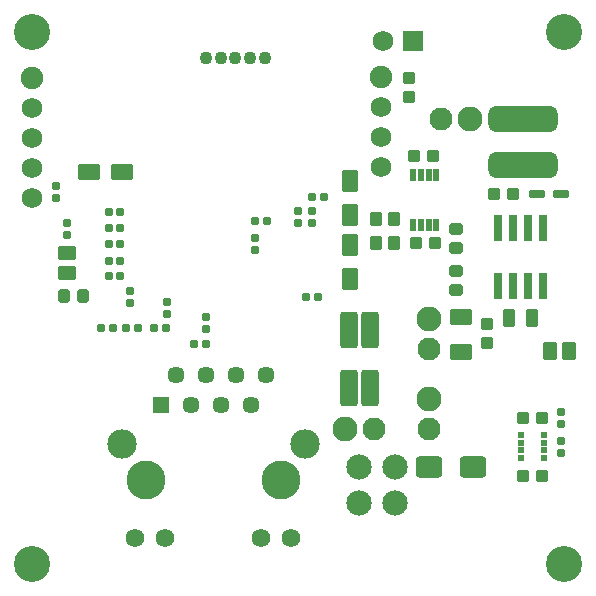
<source format=gts>
G04*
G04 #@! TF.GenerationSoftware,Altium Limited,Altium Designer,22.7.1 (60)*
G04*
G04 Layer_Color=8388736*
%FSLAX43Y43*%
%MOMM*%
G71*
G04*
G04 #@! TF.SameCoordinates,954B6AC0-D961-4D12-9847-DB1D38B5DF19*
G04*
G04*
G04 #@! TF.FilePolarity,Negative*
G04*
G01*
G75*
G04:AMPARAMS|DCode=18|XSize=0.66mm|YSize=0.65mm|CornerRadius=0.1mm|HoleSize=0mm|Usage=FLASHONLY|Rotation=0.000|XOffset=0mm|YOffset=0mm|HoleType=Round|Shape=RoundedRectangle|*
%AMROUNDEDRECTD18*
21,1,0.660,0.450,0,0,0.0*
21,1,0.460,0.650,0,0,0.0*
1,1,0.200,0.230,-0.225*
1,1,0.200,-0.230,-0.225*
1,1,0.200,-0.230,0.225*
1,1,0.200,0.230,0.225*
%
%ADD18ROUNDEDRECTD18*%
G04:AMPARAMS|DCode=19|XSize=0.64mm|YSize=0.65mm|CornerRadius=0.099mm|HoleSize=0mm|Usage=FLASHONLY|Rotation=90.000|XOffset=0mm|YOffset=0mm|HoleType=Round|Shape=RoundedRectangle|*
%AMROUNDEDRECTD19*
21,1,0.640,0.453,0,0,90.0*
21,1,0.443,0.650,0,0,90.0*
1,1,0.198,0.226,0.221*
1,1,0.198,0.226,-0.221*
1,1,0.198,-0.226,-0.221*
1,1,0.198,-0.226,0.221*
%
%ADD19ROUNDEDRECTD19*%
G04:AMPARAMS|DCode=20|XSize=0.66mm|YSize=0.65mm|CornerRadius=0.1mm|HoleSize=0mm|Usage=FLASHONLY|Rotation=90.000|XOffset=0mm|YOffset=0mm|HoleType=Round|Shape=RoundedRectangle|*
%AMROUNDEDRECTD20*
21,1,0.660,0.450,0,0,90.0*
21,1,0.460,0.650,0,0,90.0*
1,1,0.200,0.225,0.230*
1,1,0.200,0.225,-0.230*
1,1,0.200,-0.225,-0.230*
1,1,0.200,-0.225,0.230*
%
%ADD20ROUNDEDRECTD20*%
G04:AMPARAMS|DCode=21|XSize=0.99mm|YSize=1.08mm|CornerRadius=0.142mm|HoleSize=0mm|Usage=FLASHONLY|Rotation=180.000|XOffset=0mm|YOffset=0mm|HoleType=Round|Shape=RoundedRectangle|*
%AMROUNDEDRECTD21*
21,1,0.990,0.795,0,0,180.0*
21,1,0.705,1.080,0,0,180.0*
1,1,0.285,-0.353,0.398*
1,1,0.285,0.353,0.398*
1,1,0.285,0.353,-0.398*
1,1,0.285,-0.353,-0.398*
%
%ADD21ROUNDEDRECTD21*%
G04:AMPARAMS|DCode=22|XSize=0.54mm|YSize=0.5mm|CornerRadius=0.081mm|HoleSize=0mm|Usage=FLASHONLY|Rotation=0.000|XOffset=0mm|YOffset=0mm|HoleType=Round|Shape=RoundedRectangle|*
%AMROUNDEDRECTD22*
21,1,0.540,0.338,0,0,0.0*
21,1,0.378,0.500,0,0,0.0*
1,1,0.163,0.189,-0.169*
1,1,0.163,-0.189,-0.169*
1,1,0.163,-0.189,0.169*
1,1,0.163,0.189,0.169*
%
%ADD22ROUNDEDRECTD22*%
G04:AMPARAMS|DCode=23|XSize=0.64mm|YSize=0.65mm|CornerRadius=0.099mm|HoleSize=0mm|Usage=FLASHONLY|Rotation=180.000|XOffset=0mm|YOffset=0mm|HoleType=Round|Shape=RoundedRectangle|*
%AMROUNDEDRECTD23*
21,1,0.640,0.453,0,0,180.0*
21,1,0.443,0.650,0,0,180.0*
1,1,0.198,-0.221,0.226*
1,1,0.198,0.221,0.226*
1,1,0.198,0.221,-0.226*
1,1,0.198,-0.221,-0.226*
%
%ADD23ROUNDEDRECTD23*%
G04:AMPARAMS|DCode=24|XSize=1.41mm|YSize=1.86mm|CornerRadius=0.195mm|HoleSize=0mm|Usage=FLASHONLY|Rotation=90.000|XOffset=0mm|YOffset=0mm|HoleType=Round|Shape=RoundedRectangle|*
%AMROUNDEDRECTD24*
21,1,1.410,1.470,0,0,90.0*
21,1,1.020,1.860,0,0,90.0*
1,1,0.390,0.735,0.510*
1,1,0.390,0.735,-0.510*
1,1,0.390,-0.735,-0.510*
1,1,0.390,-0.735,0.510*
%
%ADD24ROUNDEDRECTD24*%
G04:AMPARAMS|DCode=25|XSize=1.41mm|YSize=1.86mm|CornerRadius=0.195mm|HoleSize=0mm|Usage=FLASHONLY|Rotation=180.000|XOffset=0mm|YOffset=0mm|HoleType=Round|Shape=RoundedRectangle|*
%AMROUNDEDRECTD25*
21,1,1.410,1.470,0,0,180.0*
21,1,1.020,1.860,0,0,180.0*
1,1,0.390,-0.510,0.735*
1,1,0.390,0.510,0.735*
1,1,0.390,0.510,-0.735*
1,1,0.390,-0.510,-0.735*
%
%ADD25ROUNDEDRECTD25*%
G04:AMPARAMS|DCode=26|XSize=1.1mm|YSize=1.12mm|CornerRadius=0.156mm|HoleSize=0mm|Usage=FLASHONLY|Rotation=180.000|XOffset=0mm|YOffset=0mm|HoleType=Round|Shape=RoundedRectangle|*
%AMROUNDEDRECTD26*
21,1,1.100,0.807,0,0,180.0*
21,1,0.788,1.120,0,0,180.0*
1,1,0.313,-0.394,0.404*
1,1,0.313,0.394,0.404*
1,1,0.313,0.394,-0.404*
1,1,0.313,-0.394,-0.404*
%
%ADD26ROUNDEDRECTD26*%
G04:AMPARAMS|DCode=27|XSize=0.99mm|YSize=1.08mm|CornerRadius=0.142mm|HoleSize=0mm|Usage=FLASHONLY|Rotation=90.000|XOffset=0mm|YOffset=0mm|HoleType=Round|Shape=RoundedRectangle|*
%AMROUNDEDRECTD27*
21,1,0.990,0.795,0,0,90.0*
21,1,0.705,1.080,0,0,90.0*
1,1,0.285,0.398,0.353*
1,1,0.285,0.398,-0.353*
1,1,0.285,-0.398,-0.353*
1,1,0.285,-0.398,0.353*
%
%ADD27ROUNDEDRECTD27*%
G04:AMPARAMS|DCode=28|XSize=0.97mm|YSize=1.13mm|CornerRadius=0.14mm|HoleSize=0mm|Usage=FLASHONLY|Rotation=0.000|XOffset=0mm|YOffset=0mm|HoleType=Round|Shape=RoundedRectangle|*
%AMROUNDEDRECTD28*
21,1,0.970,0.850,0,0,0.0*
21,1,0.690,1.130,0,0,0.0*
1,1,0.280,0.345,-0.425*
1,1,0.280,-0.345,-0.425*
1,1,0.280,-0.345,0.425*
1,1,0.280,0.345,0.425*
%
%ADD28ROUNDEDRECTD28*%
G04:AMPARAMS|DCode=29|XSize=1.79mm|YSize=2.22mm|CornerRadius=0.242mm|HoleSize=0mm|Usage=FLASHONLY|Rotation=90.000|XOffset=0mm|YOffset=0mm|HoleType=Round|Shape=RoundedRectangle|*
%AMROUNDEDRECTD29*
21,1,1.790,1.735,0,0,90.0*
21,1,1.305,2.220,0,0,90.0*
1,1,0.485,0.868,0.653*
1,1,0.485,0.868,-0.653*
1,1,0.485,-0.868,-0.653*
1,1,0.485,-0.868,0.653*
%
%ADD29ROUNDEDRECTD29*%
G04:AMPARAMS|DCode=30|XSize=0.73mm|YSize=2.22mm|CornerRadius=0.11mm|HoleSize=0mm|Usage=FLASHONLY|Rotation=0.000|XOffset=0mm|YOffset=0mm|HoleType=Round|Shape=RoundedRectangle|*
%AMROUNDEDRECTD30*
21,1,0.730,2.000,0,0,0.0*
21,1,0.510,2.220,0,0,0.0*
1,1,0.220,0.255,-1.000*
1,1,0.220,-0.255,-1.000*
1,1,0.220,-0.255,1.000*
1,1,0.220,0.255,1.000*
%
%ADD30ROUNDEDRECTD30*%
G04:AMPARAMS|DCode=31|XSize=1.58mm|YSize=1.07mm|CornerRadius=0.153mm|HoleSize=0mm|Usage=FLASHONLY|Rotation=90.000|XOffset=0mm|YOffset=0mm|HoleType=Round|Shape=RoundedRectangle|*
%AMROUNDEDRECTD31*
21,1,1.580,0.765,0,0,90.0*
21,1,1.275,1.070,0,0,90.0*
1,1,0.305,0.383,0.638*
1,1,0.305,0.383,-0.638*
1,1,0.305,-0.383,-0.638*
1,1,0.305,-0.383,0.638*
%
%ADD31ROUNDEDRECTD31*%
G04:AMPARAMS|DCode=32|XSize=0.97mm|YSize=1.13mm|CornerRadius=0.14mm|HoleSize=0mm|Usage=FLASHONLY|Rotation=270.000|XOffset=0mm|YOffset=0mm|HoleType=Round|Shape=RoundedRectangle|*
%AMROUNDEDRECTD32*
21,1,0.970,0.850,0,0,270.0*
21,1,0.690,1.130,0,0,270.0*
1,1,0.280,-0.425,-0.345*
1,1,0.280,-0.425,0.345*
1,1,0.280,0.425,0.345*
1,1,0.280,0.425,-0.345*
%
%ADD32ROUNDEDRECTD32*%
G04:AMPARAMS|DCode=33|XSize=1.31mm|YSize=0.63mm|CornerRadius=0.098mm|HoleSize=0mm|Usage=FLASHONLY|Rotation=180.000|XOffset=0mm|YOffset=0mm|HoleType=Round|Shape=RoundedRectangle|*
%AMROUNDEDRECTD33*
21,1,1.310,0.435,0,0,180.0*
21,1,1.115,0.630,0,0,180.0*
1,1,0.195,-0.558,0.217*
1,1,0.195,0.558,0.217*
1,1,0.195,0.558,-0.217*
1,1,0.195,-0.558,-0.217*
%
%ADD33ROUNDEDRECTD33*%
G04:AMPARAMS|DCode=34|XSize=1.26mm|YSize=1.51mm|CornerRadius=0.176mm|HoleSize=0mm|Usage=FLASHONLY|Rotation=270.000|XOffset=0mm|YOffset=0mm|HoleType=Round|Shape=RoundedRectangle|*
%AMROUNDEDRECTD34*
21,1,1.260,1.158,0,0,270.0*
21,1,0.907,1.510,0,0,270.0*
1,1,0.353,-0.579,-0.454*
1,1,0.353,-0.579,0.454*
1,1,0.353,0.579,0.454*
1,1,0.353,0.579,-0.454*
%
%ADD34ROUNDEDRECTD34*%
G04:AMPARAMS|DCode=35|XSize=1.45mm|YSize=3.05mm|CornerRadius=0.2mm|HoleSize=0mm|Usage=FLASHONLY|Rotation=180.000|XOffset=0mm|YOffset=0mm|HoleType=Round|Shape=RoundedRectangle|*
%AMROUNDEDRECTD35*
21,1,1.450,2.650,0,0,180.0*
21,1,1.050,3.050,0,0,180.0*
1,1,0.400,-0.525,1.325*
1,1,0.400,0.525,1.325*
1,1,0.400,0.525,-1.325*
1,1,0.400,-0.525,-1.325*
%
%ADD35ROUNDEDRECTD35*%
G04:AMPARAMS|DCode=36|XSize=5.85mm|YSize=2.15mm|CornerRadius=0.55mm|HoleSize=0mm|Usage=FLASHONLY|Rotation=180.000|XOffset=0mm|YOffset=0mm|HoleType=Round|Shape=RoundedRectangle|*
%AMROUNDEDRECTD36*
21,1,5.850,1.050,0,0,180.0*
21,1,4.750,2.150,0,0,180.0*
1,1,1.100,-2.375,0.525*
1,1,1.100,2.375,0.525*
1,1,1.100,2.375,-0.525*
1,1,1.100,-2.375,-0.525*
%
%ADD36ROUNDEDRECTD36*%
G04:AMPARAMS|DCode=37|XSize=0.43mm|YSize=1.09mm|CornerRadius=0.072mm|HoleSize=0mm|Usage=FLASHONLY|Rotation=180.000|XOffset=0mm|YOffset=0mm|HoleType=Round|Shape=RoundedRectangle|*
%AMROUNDEDRECTD37*
21,1,0.430,0.945,0,0,180.0*
21,1,0.285,1.090,0,0,180.0*
1,1,0.145,-0.142,0.472*
1,1,0.145,0.142,0.472*
1,1,0.145,0.142,-0.472*
1,1,0.145,-0.142,-0.472*
%
%ADD37ROUNDEDRECTD37*%
G04:AMPARAMS|DCode=38|XSize=1.33mm|YSize=1.92mm|CornerRadius=0.185mm|HoleSize=0mm|Usage=FLASHONLY|Rotation=90.000|XOffset=0mm|YOffset=0mm|HoleType=Round|Shape=RoundedRectangle|*
%AMROUNDEDRECTD38*
21,1,1.330,1.550,0,0,90.0*
21,1,0.960,1.920,0,0,90.0*
1,1,0.370,0.775,0.480*
1,1,0.370,0.775,-0.480*
1,1,0.370,-0.775,-0.480*
1,1,0.370,-0.775,0.480*
%
%ADD38ROUNDEDRECTD38*%
G04:AMPARAMS|DCode=39|XSize=1.26mm|YSize=1.51mm|CornerRadius=0.176mm|HoleSize=0mm|Usage=FLASHONLY|Rotation=0.000|XOffset=0mm|YOffset=0mm|HoleType=Round|Shape=RoundedRectangle|*
%AMROUNDEDRECTD39*
21,1,1.260,1.158,0,0,0.0*
21,1,0.907,1.510,0,0,0.0*
1,1,0.353,0.454,-0.579*
1,1,0.353,-0.454,-0.579*
1,1,0.353,-0.454,0.579*
1,1,0.353,0.454,0.579*
%
%ADD39ROUNDEDRECTD39*%
%ADD40C,1.950*%
%ADD41C,2.103*%
%ADD42C,1.750*%
%ADD43R,1.750X1.750*%
%ADD44C,1.100*%
%ADD45R,1.448X1.448*%
%ADD46C,1.448*%
%ADD47C,1.580*%
%ADD48C,2.495*%
%ADD49C,3.300*%
%ADD50C,2.150*%
%ADD51C,0.050*%
%ADD52C,3.050*%
%ADD53C,1.903*%
D18*
X11500Y22500D02*
D03*
X12900Y22500D02*
D03*
X16225Y21200D02*
D03*
X17225D02*
D03*
X10500Y22500D02*
D03*
X13900Y22500D02*
D03*
X22425Y31542D02*
D03*
X21425D02*
D03*
X10025Y30942D02*
D03*
X9025Y30942D02*
D03*
X10025Y32342D02*
D03*
X9025Y32342D02*
D03*
X27224Y33640D02*
D03*
X26224D02*
D03*
X10025Y29592D02*
D03*
X9025Y29592D02*
D03*
X10025Y28192D02*
D03*
X9025D02*
D03*
X10025Y26892D02*
D03*
X9025D02*
D03*
D19*
X17295Y23466D02*
D03*
X17295Y22441D02*
D03*
X13995Y23725D02*
D03*
X13995Y24750D02*
D03*
X10843Y24592D02*
D03*
X10843Y25617D02*
D03*
X5500Y30357D02*
D03*
X5500Y31382D02*
D03*
X25025Y31375D02*
D03*
X25025Y32400D02*
D03*
D20*
X47300Y15400D02*
D03*
Y14400D02*
D03*
Y11962D02*
D03*
Y12962D02*
D03*
X26224Y31384D02*
D03*
Y32384D02*
D03*
X21450Y29121D02*
D03*
X21450Y30121D02*
D03*
X4575Y34550D02*
D03*
X4575Y33550D02*
D03*
D21*
X45700Y10000D02*
D03*
X44100Y10000D02*
D03*
X45700Y14933D02*
D03*
X44100Y14933D02*
D03*
X43230Y33900D02*
D03*
X41630Y33900D02*
D03*
X36671Y29725D02*
D03*
X35071Y29725D02*
D03*
X36471Y37050D02*
D03*
X34871Y37050D02*
D03*
D22*
X45895Y12149D02*
D03*
X45895Y12799D02*
D03*
X45895Y13449D02*
D03*
X45895Y11499D02*
D03*
X43955Y12149D02*
D03*
X43955Y12799D02*
D03*
X43955Y13449D02*
D03*
X43955Y11499D02*
D03*
D23*
X26724Y25100D02*
D03*
X25699Y25100D02*
D03*
X9402Y22480D02*
D03*
X8377Y22480D02*
D03*
D24*
X10175Y35692D02*
D03*
X7325D02*
D03*
D25*
X29449Y32092D02*
D03*
Y34942D02*
D03*
X29450Y26675D02*
D03*
Y29525D02*
D03*
D26*
X33160Y29723D02*
D03*
X31640D02*
D03*
X33160Y31709D02*
D03*
X31640Y31709D02*
D03*
D27*
X34466Y42066D02*
D03*
Y43666D02*
D03*
X41086Y21213D02*
D03*
Y22813D02*
D03*
D28*
X5250Y25250D02*
D03*
X6850Y25250D02*
D03*
D29*
X36129Y10720D02*
D03*
X39889Y10720D02*
D03*
D30*
X41960Y26100D02*
D03*
X43230D02*
D03*
X44500Y26100D02*
D03*
X45770Y26100D02*
D03*
X41960Y30960D02*
D03*
X43230Y30960D02*
D03*
X44500Y30960D02*
D03*
X45770Y30960D02*
D03*
D31*
X44900Y23375D02*
D03*
X42885Y23375D02*
D03*
D32*
X38414Y27355D02*
D03*
X38414Y25755D02*
D03*
X38414Y30900D02*
D03*
X38414Y29300D02*
D03*
D33*
X45270Y33900D02*
D03*
X47330Y33900D02*
D03*
D34*
X5500Y28867D02*
D03*
X5500Y27177D02*
D03*
D35*
X29388Y22350D02*
D03*
X31188Y22350D02*
D03*
X31188Y17450D02*
D03*
X29388Y17450D02*
D03*
D36*
X44080Y40215D02*
D03*
X44080Y36315D02*
D03*
D37*
X34808Y31270D02*
D03*
X35459Y31270D02*
D03*
X36109Y31270D02*
D03*
X36759Y31270D02*
D03*
X34808Y35510D02*
D03*
X35459Y35510D02*
D03*
X36109Y35510D02*
D03*
X36759D02*
D03*
D38*
X38863Y23472D02*
D03*
Y20472D02*
D03*
D39*
X46349Y20525D02*
D03*
X48039Y20525D02*
D03*
D40*
X36177Y14000D02*
D03*
X31500D02*
D03*
X36177Y20750D02*
D03*
X37127Y40215D02*
D03*
D41*
X36177Y16500D02*
D03*
X29000Y14000D02*
D03*
X36177Y23250D02*
D03*
X39627Y40215D02*
D03*
D42*
X32250Y46800D02*
D03*
X32095Y36105D02*
D03*
Y38645D02*
D03*
Y41185D02*
D03*
X2555Y41175D02*
D03*
Y38635D02*
D03*
Y36095D02*
D03*
Y33555D02*
D03*
D43*
X34790Y46800D02*
D03*
D44*
X19750Y45344D02*
D03*
X22250D02*
D03*
X21000D02*
D03*
X17250D02*
D03*
X18500D02*
D03*
D45*
X13415Y15970D02*
D03*
D46*
X14685Y18510D02*
D03*
X15955Y15970D02*
D03*
X17225Y18510D02*
D03*
X18495Y15970D02*
D03*
X19765Y18510D02*
D03*
X21035Y15970D02*
D03*
X22305Y18510D02*
D03*
D47*
X11240Y4720D02*
D03*
X13780D02*
D03*
X24490D02*
D03*
X21950D02*
D03*
D48*
X10120Y12670D02*
D03*
X25610D02*
D03*
D49*
X23580Y9620D02*
D03*
X12150D02*
D03*
D50*
X30250Y10720D02*
D03*
X33250D02*
D03*
X30250Y7720D02*
D03*
X33250D02*
D03*
D51*
X31750Y3400D02*
D03*
D52*
X47550Y2550D02*
D03*
X2550D02*
D03*
X47550Y47550D02*
D03*
X2550D02*
D03*
D53*
X32095Y43725D02*
D03*
X2555Y43715D02*
D03*
M02*

</source>
